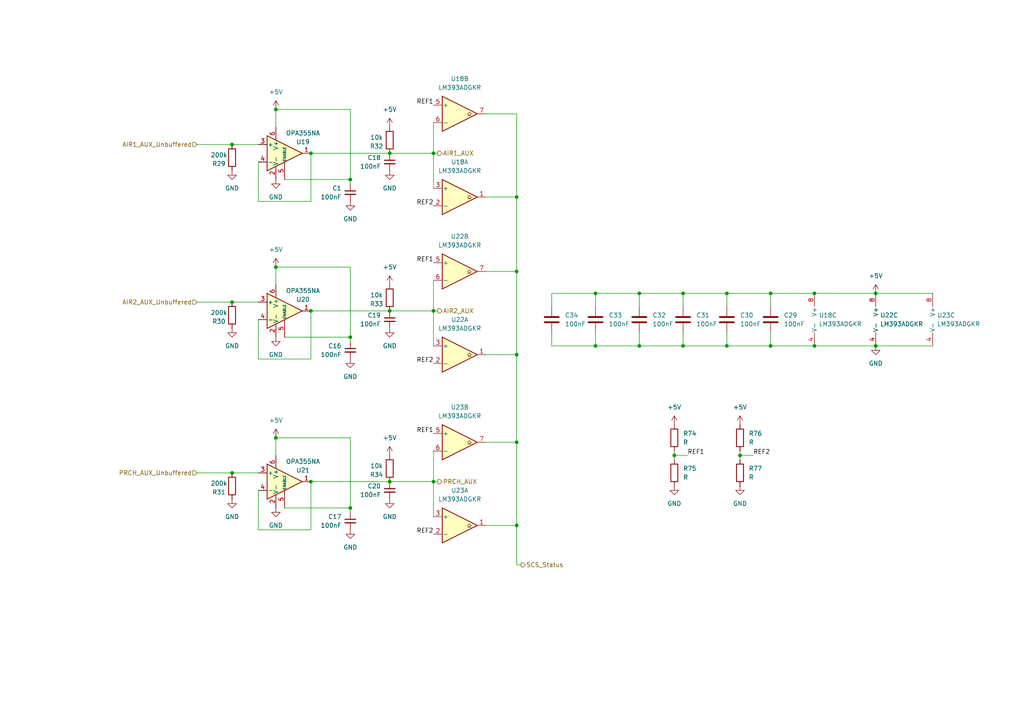
<source format=kicad_sch>
(kicad_sch (version 20231120) (generator "eeschema") (generator_version "8.0")
  (paper "A4")
  (title_block (title "TSAL") (date "2024-07-11") (rev "V0.1") (company "Team RPM - UAS Münster") (comment 1 "Luca Sapion"))
  (lib_symbols
    (symbol "Amplifier_Operational:OPA355NA" (pin_names (offset 0.127))
      (property "Reference" "U" (at 3.81 3.81 0))
      (property "Value" "OPA355NA" (at 3.81 -3.81 0))
      (symbol "OPA355NA_0_1"
        (polyline (pts (xy -5.08 5.08) (xy 5.08 0) (xy -5.08 -5.08) (xy -5.08 5.08)) (stroke (width 0.254)) (fill (type background)))
      )
      (symbol "OPA355NA_1_1"
        (pin output line (at 7.62 0 180) (length 2.54) (name "~") (number "1"))
        (pin power_in line (at -2.54 -7.62 90) (length 3.81) (name "V-") (number "2"))
        (pin input line (at -7.62 2.54 0) (length 2.54) (name "+") (number "3"))
        (pin input line (at -7.62 -2.54 0) (length 2.54) (name "-") (number "4"))
        (pin input line (at 0 -7.62 90) (length 5.08) (name "ENABLE") (number "5"))
        (pin power_in line (at -2.54 7.62 270) (length 3.81) (name "V+") (number "6"))
      )
    )
    (symbol "Comparator:LM393" (pin_names (offset 0.127))
      (property "Reference" "U" (at 3.81 3.81 0))
      (property "Value" "LM393" (at 6.35 -3.81 0))
      (symbol "LM393_1_1"
        (polyline (pts (xy -5.08 5.08) (xy 5.08 0) (xy -5.08 -5.08) (xy -5.08 5.08)) (stroke (width 0.254)) (fill (type background)))
        (polyline (pts (xy 3.302 -0.508) (xy 2.794 -0.508) (xy 3.302 0) (xy 2.794 0.508) (xy 2.286 0) (xy 2.794 -0.508) (xy 2.286 -0.508)) (stroke (width 0.127)))
        (pin open_collector line (at 7.62 0 180) (length 2.54) (name "~") (number "1"))
        (pin input line (at -7.62 -2.54 0) (length 2.54) (name "-") (number "2"))
        (pin input line (at -7.62 2.54 0) (length 2.54) (name "+") (number "3"))
      )
      (symbol "LM393_2_1"
        (polyline (pts (xy -5.08 5.08) (xy 5.08 0) (xy -5.08 -5.08) (xy -5.08 5.08)) (stroke (width 0.254)) (fill (type background)))
        (polyline (pts (xy 3.302 -0.508) (xy 2.794 -0.508) (xy 3.302 0) (xy 2.794 0.508) (xy 2.286 0) (xy 2.794 -0.508) (xy 2.286 -0.508)) (stroke (width 0.127)))
        (pin input line (at -7.62 2.54 0) (length 2.54) (name "+") (number "5"))
        (pin input line (at -7.62 -2.54 0) (length 2.54) (name "-") (number "6"))
        (pin open_collector line (at 7.62 0 180) (length 2.54) (name "~") (number "7"))
      )
      (symbol "LM393_3_1"
        (pin power_in line (at -2.54 -7.62 90) (length 3.81) (name "V-") (number "4"))
        (pin power_in line (at -2.54 7.62 270) (length 3.81) (name "V+") (number "8"))
      )
    )
    (symbol "Device:C" (pin_numbers hide) (pin_names (offset 0.254))
      (property "Reference" "C" (at 0.635 2.54 0))
      (property "Value" "C" (at 0.635 -2.54 0))
      (symbol "C_0_1"
        (polyline (pts (xy -2.032 -0.762) (xy 2.032 -0.762)) (stroke (width 0.508)))
        (polyline (pts (xy -2.032 0.762) (xy 2.032 0.762)) (stroke (width 0.508)))
      )
      (symbol "C_1_1"
        (pin passive line (at 0 3.81 270) (length 2.794) (name "~") (number "1"))
        (pin passive line (at 0 -3.81 90) (length 2.794) (name "~") (number "2"))
      )
    )
    (symbol "Device:C_Small" (pin_numbers hide) (pin_names (offset 0.254) hide)
      (property "Reference" "C" (at 0.254 1.778 0))
      (property "Value" "C_Small" (at 0.254 -2.032 0))
      (symbol "C_Small_0_1"
        (polyline (pts (xy -1.524 -0.508) (xy 1.524 -0.508)) (stroke (width 0.3302)))
        (polyline (pts (xy -1.524 0.508) (xy 1.524 0.508)) (stroke (width 0.3048)))
      )
      (symbol "C_Small_1_1"
        (pin passive line (at 0 2.54 270) (length 2.032) (name "~") (number "1"))
        (pin passive line (at 0 -2.54 90) (length 2.032) (name "~") (number "2"))
      )
    )
    (symbol "Device:R" (pin_numbers hide) (pin_names (offset 0))
      (property "Reference" "R" (at 2.032 0 90))
      (property "Value" "R" (at 0 0 90))
      (symbol "R_0_1"
        (rectangle (start -1.016 -2.54) (end 1.016 2.54) (stroke (width 0.254)))
      )
      (symbol "R_1_1"
        (pin passive line (at 0 3.81 270) (length 1.27) (name "~") (number "1"))
        (pin passive line (at 0 -3.81 90) (length 1.27) (name "~") (number "2"))
      )
    )
    (symbol "power:+5V" (power) (pin_numbers hide) (pin_names (offset 0) hide)
      (property "Value" "+5V" (at 0 3.556 0))
      (symbol "+5V_0_1"
        (polyline (pts (xy -0.762 1.27) (xy 0 2.54)))
        (polyline (pts (xy 0 0) (xy 0 2.54)))
        (polyline (pts (xy 0 2.54) (xy 0.762 1.27)))
      )
      (symbol "+5V_1_1"
        (pin power_in line (at 0 0 90) (length 0) (name "~") (number "1"))
      )
    )
    (symbol "power:GND" (power) (pin_numbers hide) (pin_names (offset 0) hide)
      (property "Value" "GND" (at 0 -3.81 0))
      (symbol "GND_0_1"
        (polyline (pts (xy 0 0) (xy 0 -1.27) (xy 1.27 -1.27) (xy 0 -2.54) (xy -1.27 -1.27) (xy 0 -1.27)))
      )
      (symbol "GND_1_1"
        (pin power_in line (at 0 0 270) (length 0) (name "~") (number "1"))
      )
    )
  )
  (junction (at 210.82 85.09))
  (junction (at 195.58 132.08))
  (junction (at 113.03 44.45))
  (junction (at 80.01 31.75))
  (junction (at 113.03 139.7))
  (junction (at 67.31 41.91))
  (junction (at 236.22 85.09))
  (junction (at 101.6 52.07))
  (junction (at 149.86 128.27))
  (junction (at 149.86 57.15))
  (junction (at 185.42 85.09))
  (junction (at 210.82 100.33))
  (junction (at 223.52 100.33))
  (junction (at 149.86 152.4))
  (junction (at 236.22 100.33))
  (junction (at 125.73 44.45))
  (junction (at 254 85.09))
  (junction (at 185.42 100.33))
  (junction (at 149.86 102.87))
  (junction (at 125.73 139.7))
  (junction (at 172.72 100.33))
  (junction (at 101.6 97.79))
  (junction (at 223.52 85.09))
  (junction (at 125.73 90.17))
  (junction (at 198.12 85.09))
  (junction (at 172.72 85.09))
  (junction (at 90.17 90.17))
  (junction (at 254 100.33))
  (junction (at 90.17 139.7))
  (junction (at 80.01 127))
  (junction (at 90.17 44.45))
  (junction (at 80.01 77.47))
  (junction (at 113.03 90.17))
  (junction (at 101.6 147.32))
  (junction (at 198.12 100.33))
  (junction (at 214.63 132.08))
  (junction (at 149.86 78.74))
  (junction (at 67.31 87.63))
  (junction (at 67.31 137.16))
  (wire (pts (xy 82.55 52.07) (xy 101.6 52.07)))
  (wire (pts (xy 67.31 137.16) (xy 74.93 137.16)))
  (wire (pts (xy 101.6 52.07) (xy 101.6 31.75)))
  (wire (pts (xy 125.73 44.45) (xy 125.73 54.61)))
  (wire (pts (xy 223.52 85.09) (xy 236.22 85.09)))
  (wire (pts (xy 101.6 99.06) (xy 101.6 97.79)))
  (wire (pts (xy 90.17 139.7) (xy 90.17 153.67)))
  (wire (pts (xy 199.39 132.08) (xy 195.58 132.08)))
  (wire (pts (xy 160.02 100.33) (xy 172.72 100.33)))
  (wire (pts (xy 223.52 85.09) (xy 223.52 88.9)))
  (wire (pts (xy 57.15 137.16) (xy 67.31 137.16)))
  (wire (pts (xy 74.93 104.14) (xy 74.93 92.71)))
  (wire (pts (xy 74.93 153.67) (xy 74.93 142.24)))
  (wire (pts (xy 90.17 139.7) (xy 113.03 139.7)))
  (wire (pts (xy 149.86 57.15) (xy 140.97 57.15)))
  (wire (pts (xy 80.01 31.75) (xy 80.01 36.83)))
  (wire (pts (xy 195.58 130.81) (xy 195.58 132.08)))
  (wire (pts (xy 149.86 152.4) (xy 140.97 152.4)))
  (wire (pts (xy 218.44 132.08) (xy 214.63 132.08)))
  (wire (pts (xy 125.73 130.81) (xy 125.73 139.7)))
  (wire (pts (xy 185.42 100.33) (xy 198.12 100.33)))
  (wire (pts (xy 90.17 58.42) (xy 74.93 58.42)))
  (wire (pts (xy 127 139.7) (xy 125.73 139.7)))
  (wire (pts (xy 67.31 41.91) (xy 74.93 41.91)))
  (wire (pts (xy 125.73 81.28) (xy 125.73 90.17)))
  (wire (pts (xy 172.72 100.33) (xy 185.42 100.33)))
  (wire (pts (xy 80.01 77.47) (xy 80.01 82.55)))
  (wire (pts (xy 113.03 44.45) (xy 125.73 44.45)))
  (wire (pts (xy 210.82 85.09) (xy 210.82 88.9)))
  (wire (pts (xy 195.58 132.08) (xy 195.58 133.35)))
  (wire (pts (xy 57.15 87.63) (xy 67.31 87.63)))
  (wire (pts (xy 160.02 85.09) (xy 172.72 85.09)))
  (wire (pts (xy 101.6 97.79) (xy 101.6 77.47)))
  (wire (pts (xy 125.73 90.17) (xy 125.73 100.33)))
  (wire (pts (xy 149.86 128.27) (xy 140.97 128.27)))
  (wire (pts (xy 214.63 130.81) (xy 214.63 132.08)))
  (wire (pts (xy 90.17 44.45) (xy 90.17 58.42)))
  (wire (pts (xy 223.52 96.52) (xy 223.52 100.33)))
  (wire (pts (xy 254 85.09) (xy 270.51 85.09)))
  (wire (pts (xy 160.02 96.52) (xy 160.02 100.33)))
  (wire (pts (xy 210.82 100.33) (xy 223.52 100.33)))
  (wire (pts (xy 172.72 85.09) (xy 185.42 85.09)))
  (wire (pts (xy 236.22 100.33) (xy 254 100.33)))
  (wire (pts (xy 172.72 85.09) (xy 172.72 88.9)))
  (wire (pts (xy 149.86 33.02) (xy 149.86 57.15)))
  (wire (pts (xy 113.03 139.7) (xy 125.73 139.7)))
  (wire (pts (xy 127 44.45) (xy 125.73 44.45)))
  (wire (pts (xy 210.82 85.09) (xy 223.52 85.09)))
  (wire (pts (xy 125.73 139.7) (xy 125.73 149.86)))
  (wire (pts (xy 149.86 163.83) (xy 151.13 163.83)))
  (wire (pts (xy 80.01 127) (xy 80.01 132.08)))
  (wire (pts (xy 185.42 96.52) (xy 185.42 100.33)))
  (wire (pts (xy 101.6 148.59) (xy 101.6 147.32)))
  (wire (pts (xy 149.86 33.02) (xy 140.97 33.02)))
  (wire (pts (xy 223.52 100.33) (xy 236.22 100.33)))
  (wire (pts (xy 90.17 153.67) (xy 74.93 153.67)))
  (wire (pts (xy 149.86 102.87) (xy 140.97 102.87)))
  (wire (pts (xy 127 90.17) (xy 125.73 90.17)))
  (wire (pts (xy 198.12 85.09) (xy 198.12 88.9)))
  (wire (pts (xy 149.86 78.74) (xy 140.97 78.74)))
  (wire (pts (xy 101.6 77.47) (xy 80.01 77.47)))
  (wire (pts (xy 149.86 152.4) (xy 149.86 163.83)))
  (wire (pts (xy 101.6 31.75) (xy 80.01 31.75)))
  (wire (pts (xy 101.6 147.32) (xy 101.6 127)))
  (wire (pts (xy 67.31 87.63) (xy 74.93 87.63)))
  (wire (pts (xy 125.73 35.56) (xy 125.73 44.45)))
  (wire (pts (xy 214.63 132.08) (xy 214.63 133.35)))
  (wire (pts (xy 254 100.33) (xy 270.51 100.33)))
  (wire (pts (xy 149.86 78.74) (xy 149.86 102.87)))
  (wire (pts (xy 198.12 96.52) (xy 198.12 100.33)))
  (wire (pts (xy 113.03 90.17) (xy 125.73 90.17)))
  (wire (pts (xy 90.17 44.45) (xy 113.03 44.45)))
  (wire (pts (xy 149.86 128.27) (xy 149.86 152.4)))
  (wire (pts (xy 149.86 102.87) (xy 149.86 128.27)))
  (wire (pts (xy 82.55 97.79) (xy 101.6 97.79)))
  (wire (pts (xy 90.17 90.17) (xy 90.17 104.14)))
  (wire (pts (xy 185.42 85.09) (xy 185.42 88.9)))
  (wire (pts (xy 90.17 104.14) (xy 74.93 104.14)))
  (wire (pts (xy 236.22 85.09) (xy 254 85.09)))
  (wire (pts (xy 172.72 96.52) (xy 172.72 100.33)))
  (wire (pts (xy 160.02 85.09) (xy 160.02 88.9)))
  (wire (pts (xy 101.6 127) (xy 80.01 127)))
  (wire (pts (xy 198.12 100.33) (xy 210.82 100.33)))
  (wire (pts (xy 210.82 96.52) (xy 210.82 100.33)))
  (wire (pts (xy 198.12 85.09) (xy 210.82 85.09)))
  (wire (pts (xy 185.42 85.09) (xy 198.12 85.09)))
  (wire (pts (xy 90.17 90.17) (xy 113.03 90.17)))
  (wire (pts (xy 57.15 41.91) (xy 67.31 41.91)))
  (wire (pts (xy 101.6 53.34) (xy 101.6 52.07)))
  (wire (pts (xy 82.55 147.32) (xy 101.6 147.32)))
  (wire (pts (xy 74.93 58.42) (xy 74.93 46.99)))
  (wire (pts (xy 149.86 57.15) (xy 149.86 78.74)))
  (label "REF2" (at 218.44 132.08 0))
  (label "REF2" (at 125.73 105.41 180))
  (label "REF1" (at 125.73 125.73 180))
  (label "REF2" (at 125.73 59.69 180))
  (label "REF1" (at 125.73 76.2 180))
  (label "REF1" (at 125.73 30.48 180))
  (label "REF2" (at 125.73 154.94 180))
  (label "REF1" (at 199.39 132.08 0))
  (hierarchical_label "SCS_Status" (shape output) (at 151.13 163.83 0))
  (hierarchical_label "PRCH_AUX" (shape output) (at 127 139.7 0))
  (hierarchical_label "AIR1_AUX" (shape output) (at 127 44.45 0))
  (hierarchical_label "AIR2_AUX_Unbuffered" (shape input) (at 57.15 87.63 180))
  (hierarchical_label "PRCH_AUX_Unbuffered" (shape input) (at 57.15 137.16 180))
  (hierarchical_label "AIR1_AUX_Unbuffered" (shape input) (at 57.15 41.91 180))
  (hierarchical_label "AIR2_AUX" (shape output) (at 127 90.17 0))
  (symbol (lib_id "Device:C") (at 172.72 92.71 0) (unit 1)
    (property "Reference" "C33" (at 176.53 91.4399 0) (effects (justify left)))
    (property "Value" "100nF" (at 176.53 93.9799 0) (effects (justify left)))
    (property "Description" "Unpolarized capacitor" (effects (hide yes)))
  )
  (symbol (lib_id "Device:R") (at 113.03 135.89 180) (unit 1)
    (property "Reference" "R34" (at 109.22 137.668 0))
    (property "Value" "10k" (at 109.22 135.128 0))
    (property "Footprint" "Resistor_SMD:R_0603_1608Metric" (effects (hide yes)))
    (property "Description" "Resistor" (effects (hide yes)))
  )
  (symbol (lib_id "power:GND") (at 101.6 153.67 0) (unit 1)
    (property "Reference" "#PWR081" (effects (hide yes)))
    (property "Value" "GND" (at 101.6 158.75 0))
    (property "Description" "Power symbol creates a global label with name \"GND\" , ground" (effects (hide yes)))
  )
  (symbol (lib_id "Device:R") (at 67.31 91.44 180) (unit 1)
    (property "Reference" "R30" (at 63.5 93.218 0))
    (property "Value" "200k" (at 63.5 90.678 0))
    (property "Footprint" "Resistor_SMD:R_0603_1608Metric" (effects (hide yes)))
    (property "Description" "Resistor" (effects (hide yes)))
  )
  (symbol (lib_id "Device:C_Small") (at 101.6 101.6 0) (unit 1)
    (property "Reference" "C16" (at 99.06 100.3362 0) (effects (justify right)))
    (property "Value" "100nF" (at 99.06 102.8762 0) (effects (justify right)))
    (property "Footprint" "Capacitor_SMD:C_0603_1608Metric" (effects (hide yes)))
    (property "Description" "Unpolarized capacitor, small symbol" (effects (hide yes)))
  )
  (symbol (lib_id "Device:R") (at 67.31 45.72 180) (unit 1)
    (property "Reference" "R29" (at 63.5 47.498 0))
    (property "Value" "200k" (at 63.5 44.958 0))
    (property "Footprint" "Resistor_SMD:R_0603_1608Metric" (effects (hide yes)))
    (property "Description" "Resistor" (effects (hide yes)))
  )
  (symbol (lib_id "power:+5V") (at 80.01 31.75 0) (unit 1)
    (property "Reference" "#PWR043" (effects (hide yes)))
    (property "Value" "+5V" (at 80.01 26.67 0))
    (property "Description" "Power symbol creates a global label with name \"+5V\"" (effects (hide yes)))
  )
  (symbol (lib_id "Device:C") (at 160.02 92.71 0) (unit 1)
    (property "Reference" "C34" (at 163.83 91.4399 0) (effects (justify left)))
    (property "Value" "100nF" (at 163.83 93.9799 0) (effects (justify left)))
    (property "Description" "Unpolarized capacitor" (effects (hide yes)))
  )
  (symbol (lib_id "Comparator:LM393") (at 133.35 102.87 0) (unit 1)
    (property "Reference" "U22" (at 133.35 92.71 0))
    (property "Value" "LM393ADGKR" (at 133.35 95.25 0))
    (property "Footprint" "Package_SO:VSSOP-8_3x3mm_P0.65mm" (effects (hide yes)))
    (property "Datasheet" "http://www.ti.com/lit/ds/symlink/lm393.pdf" (effects (hide yes)))
    (property "Description" "Low-Power, Low-Offset Voltage, Dual Comparators, DIP-8/SOIC-8/TO-99-8" (effects (hide yes)))
    (property "Mouser" "595-LM393ADGKR" (effects (hide yes)))
    (property "Cost" "0.391" (effects (hide yes)))
  )
  (symbol (lib_id "Device:C_Small") (at 113.03 142.24 0) (unit 1)
    (property "Reference" "C20" (at 110.49 140.9762 0) (effects (justify right)))
    (property "Value" "100nF" (at 110.49 143.5162 0) (effects (justify right)))
    (property "Footprint" "Capacitor_SMD:C_0603_1608Metric" (effects (hide yes)))
    (property "Description" "Unpolarized capacitor, small symbol" (effects (hide yes)))
  )
  (symbol (lib_id "Device:C") (at 185.42 92.71 0) (unit 1)
    (property "Reference" "C32" (at 189.23 91.4399 0) (effects (justify left)))
    (property "Value" "100nF" (at 189.23 93.9799 0) (effects (justify left)))
    (property "Description" "Unpolarized capacitor" (effects (hide yes)))
  )
  (symbol (lib_id "power:GND") (at 67.31 144.78 0) (unit 1)
    (property "Reference" "#PWR042" (effects (hide yes)))
    (property "Value" "GND" (at 67.31 149.86 0))
    (property "Description" "Power symbol creates a global label with name \"GND\" , ground" (effects (hide yes)))
  )
  (symbol (lib_id "Amplifier_Operational:OPA355NA") (at 82.55 139.7 0) (unit 1)
    (property "Reference" "U21" (at 87.884 136.398 0))
    (property "Value" "OPA355NA" (at 87.884 133.858 0))
    (property "Footprint" "Package_TO_SOT_SMD:SOT-23-6" (effects (hide yes)))
    (property "Datasheet" "http://www.ti.com/lit/ds/symlink/opa355.pdf" (effects (hide yes)))
    (property "Description" "200MHz, CMOS, Operational amplifier, with shutdown, SOT-23-6" (effects (hide yes)))
    (property "Cost" "1,62" (effects (hide yes)))
    (property "Mouser" "595-OPA355NA/3K" (effects (hide yes)))
  )
  (symbol (lib_id "Device:C_Small") (at 113.03 46.99 0) (unit 1)
    (property "Reference" "C18" (at 110.49 45.7262 0) (effects (justify right)))
    (property "Value" "100nF" (at 110.49 48.2662 0) (effects (justify right)))
    (property "Footprint" "Capacitor_SMD:C_0603_1608Metric" (effects (hide yes)))
    (property "Description" "Unpolarized capacitor, small symbol" (effects (hide yes)))
  )
  (symbol (lib_id "power:+5V") (at 195.58 123.19 0) (unit 1)
    (property "Reference" "#PWR0116" (effects (hide yes)))
    (property "Value" "+5V" (at 195.58 118.11 0))
    (property "Description" "Power symbol creates a global label with name \"+5V\"" (effects (hide yes)))
  )
  (symbol (lib_id "power:+5V") (at 80.01 77.47 0) (unit 1)
    (property "Reference" "#PWR052" (effects (hide yes)))
    (property "Value" "+5V" (at 80.01 72.39 0))
    (property "Description" "Power symbol creates a global label with name \"+5V\"" (effects (hide yes)))
  )
  (symbol (lib_id "Device:C_Small") (at 113.03 92.71 0) (unit 1)
    (property "Reference" "C19" (at 110.49 91.4462 0) (effects (justify right)))
    (property "Value" "100nF" (at 110.49 93.9862 0) (effects (justify right)))
    (property "Footprint" "Capacitor_SMD:C_0603_1608Metric" (effects (hide yes)))
    (property "Description" "Unpolarized capacitor, small symbol" (effects (hide yes)))
  )
  (symbol (lib_id "Device:R") (at 195.58 137.16 0) (unit 1)
    (property "Reference" "R75" (at 198.12 135.8899 0) (effects (justify left)))
    (property "Value" "R" (at 198.12 138.4299 0) (effects (justify left)))
    (property "Description" "Resistor" (effects (hide yes)))
  )
  (symbol (lib_id "power:GND") (at 214.63 140.97 0) (unit 1)
    (property "Reference" "#PWR0118" (effects (hide yes)))
    (property "Value" "GND" (at 214.63 146.05 0))
    (property "Description" "Power symbol creates a global label with name \"GND\" , ground" (effects (hide yes)))
  )
  (symbol (lib_id "Comparator:LM393") (at 133.35 128.27 0) (unit 2)
    (property "Reference" "U23" (at 133.35 118.11 0))
    (property "Value" "LM393ADGKR" (at 133.35 120.65 0))
    (property "Footprint" "Package_SO:VSSOP-8_3x3mm_P0.65mm" (effects (hide yes)))
    (property "Datasheet" "http://www.ti.com/lit/ds/symlink/lm393.pdf" (effects (hide yes)))
    (property "Description" "Low-Power, Low-Offset Voltage, Dual Comparators, DIP-8/SOIC-8/TO-99-8" (effects (hide yes)))
    (property "Mouser" "595-LM393ADGKR" (effects (hide yes)))
    (property "Cost" "0.391" (effects (hide yes)))
  )
  (symbol (lib_id "power:GND") (at 113.03 144.78 0) (unit 1)
    (property "Reference" "#PWR087" (effects (hide yes)))
    (property "Value" "GND" (at 113.03 149.86 0))
    (property "Description" "Power symbol creates a global label with name \"GND\" , ground" (effects (hide yes)))
  )
  (symbol (lib_id "Device:R") (at 214.63 127 0) (unit 1)
    (property "Reference" "R76" (at 217.17 125.7299 0) (effects (justify left)))
    (property "Value" "R" (at 217.17 128.2699 0) (effects (justify left)))
    (property "Description" "Resistor" (effects (hide yes)))
  )
  (symbol (lib_id "Device:C_Small") (at 101.6 151.13 0) (unit 1)
    (property "Reference" "C17" (at 99.06 149.8662 0) (effects (justify right)))
    (property "Value" "100nF" (at 99.06 152.4062 0) (effects (justify right)))
    (property "Footprint" "Capacitor_SMD:C_0603_1608Metric" (effects (hide yes)))
    (property "Description" "Unpolarized capacitor, small symbol" (effects (hide yes)))
  )
  (symbol (lib_id "power:GND") (at 80.01 52.07 0) (unit 1)
    (property "Reference" "#PWR044" (effects (hide yes)))
    (property "Value" "GND" (at 80.01 57.15 0))
    (property "Description" "Power symbol creates a global label with name \"GND\" , ground" (effects (hide yes)))
  )
  (symbol (lib_id "Comparator:LM393") (at 273.05 92.71 0) (unit 3)
    (property "Reference" "U23" (at 271.78 91.4399 0) (effects (justify left)))
    (property "Value" "LM393ADGKR" (at 271.78 93.9799 0) (effects (justify left)))
    (property "Footprint" "Package_SO:VSSOP-8_3x3mm_P0.65mm" (effects (hide yes)))
    (property "Datasheet" "http://www.ti.com/lit/ds/symlink/lm393.pdf" (effects (hide yes)))
    (property "Description" "Low-Power, Low-Offset Voltage, Dual Comparators, DIP-8/SOIC-8/TO-99-8" (effects (hide yes)))
    (property "Mouser" "595-LM393ADGKR" (effects (hide yes)))
    (property "Cost" "0.391" (effects (hide yes)))
  )
  (symbol (lib_id "Device:R") (at 113.03 40.64 180) (unit 1)
    (property "Reference" "R32" (at 109.22 42.418 0))
    (property "Value" "10k" (at 109.22 39.878 0))
    (property "Footprint" "Resistor_SMD:R_0603_1608Metric" (effects (hide yes)))
    (property "Description" "Resistor" (effects (hide yes)))
  )
  (symbol (lib_id "power:GND") (at 195.58 140.97 0) (unit 1)
    (property "Reference" "#PWR0115" (effects (hide yes)))
    (property "Value" "GND" (at 195.58 146.05 0))
    (property "Description" "Power symbol creates a global label with name \"GND\" , ground" (effects (hide yes)))
  )
  (symbol (lib_id "Comparator:LM393") (at 133.35 57.15 0) (unit 1)
    (property "Reference" "U18" (at 133.35 46.99 0))
    (property "Value" "LM393ADGKR" (at 133.35 49.53 0))
    (property "Footprint" "Package_SO:VSSOP-8_3x3mm_P0.65mm" (effects (hide yes)))
    (property "Datasheet" "http://www.ti.com/lit/ds/symlink/lm393.pdf" (effects (hide yes)))
    (property "Description" "Low-Power, Low-Offset Voltage, Dual Comparators, DIP-8/SOIC-8/TO-99-8" (effects (hide yes)))
    (property "Mouser" "595-LM393ADGKR" (effects (hide yes)))
    (property "Cost" "0.391" (effects (hide yes)))
  )
  (symbol (lib_id "power:+5V") (at 214.63 123.19 0) (unit 1)
    (property "Reference" "#PWR0117" (effects (hide yes)))
    (property "Value" "+5V" (at 214.63 118.11 0))
    (property "Description" "Power symbol creates a global label with name \"+5V\"" (effects (hide yes)))
  )
  (symbol (lib_id "power:GND") (at 254 100.33 0) (unit 1)
    (property "Reference" "#PWR078" (effects (hide yes)))
    (property "Value" "GND" (at 254 105.41 0))
    (property "Description" "Power symbol creates a global label with name \"GND\" , ground" (effects (hide yes)))
  )
  (symbol (lib_id "Comparator:LM393") (at 133.35 78.74 0) (unit 2)
    (property "Reference" "U22" (at 133.35 68.58 0))
    (property "Value" "LM393ADGKR" (at 133.35 71.12 0))
    (property "Footprint" "Package_SO:VSSOP-8_3x3mm_P0.65mm" (effects (hide yes)))
    (property "Datasheet" "http://www.ti.com/lit/ds/symlink/lm393.pdf" (effects (hide yes)))
    (property "Description" "Low-Power, Low-Offset Voltage, Dual Comparators, DIP-8/SOIC-8/TO-99-8" (effects (hide yes)))
    (property "Mouser" "595-LM393ADGKR" (effects (hide yes)))
    (property "Cost" "0.391" (effects (hide yes)))
  )
  (symbol (lib_id "power:GND") (at 113.03 49.53 0) (unit 1)
    (property "Reference" "#PWR083" (effects (hide yes)))
    (property "Value" "GND" (at 113.03 54.61 0))
    (property "Description" "Power symbol creates a global label with name \"GND\" , ground" (effects (hide yes)))
  )
  (symbol (lib_id "power:GND") (at 101.6 104.14 0) (unit 1)
    (property "Reference" "#PWR080" (effects (hide yes)))
    (property "Value" "GND" (at 101.6 109.22 0))
    (property "Description" "Power symbol creates a global label with name \"GND\" , ground" (effects (hide yes)))
  )
  (symbol (lib_id "Device:R") (at 195.58 127 0) (unit 1)
    (property "Reference" "R74" (at 198.12 125.7299 0) (effects (justify left)))
    (property "Value" "R" (at 198.12 128.2699 0) (effects (justify left)))
    (property "Description" "Resistor" (effects (hide yes)))
  )
  (symbol (lib_id "power:GND") (at 80.01 147.32 0) (unit 1)
    (property "Reference" "#PWR076" (effects (hide yes)))
    (property "Value" "GND" (at 80.01 152.4 0))
    (property "Description" "Power symbol creates a global label with name \"GND\" , ground" (effects (hide yes)))
  )
  (symbol (lib_id "power:GND") (at 101.6 58.42 0) (unit 1)
    (property "Reference" "#PWR079" (effects (hide yes)))
    (property "Value" "GND" (at 101.6 63.5 0))
    (property "Description" "Power symbol creates a global label with name \"GND\" , ground" (effects (hide yes)))
  )
  (symbol (lib_id "Device:R") (at 113.03 86.36 180) (unit 1)
    (property "Reference" "R33" (at 109.22 88.138 0))
    (property "Value" "10k" (at 109.22 85.598 0))
    (property "Footprint" "Resistor_SMD:R_0603_1608Metric" (effects (hide yes)))
    (property "Description" "Resistor" (effects (hide yes)))
  )
  (symbol (lib_id "power:+5V") (at 254 85.09 0) (unit 1)
    (property "Reference" "#PWR077" (effects (hide yes)))
    (property "Value" "+5V" (at 254 80.01 0))
    (property "Description" "Power symbol creates a global label with name \"+5V\"" (effects (hide yes)))
  )
  (symbol (lib_id "power:+5V") (at 113.03 36.83 0) (unit 1)
    (property "Reference" "#PWR082" (effects (hide yes)))
    (property "Value" "+5V" (at 113.03 31.75 0))
    (property "Description" "Power symbol creates a global label with name \"+5V\"" (effects (hide yes)))
  )
  (symbol (lib_id "Device:C") (at 223.52 92.71 0) (unit 1)
    (property "Reference" "C29" (at 227.33 91.4399 0) (effects (justify left)))
    (property "Value" "100nF" (at 227.33 93.9799 0) (effects (justify left)))
    (property "Description" "Unpolarized capacitor" (effects (hide yes)))
  )
  (symbol (lib_id "power:GND") (at 67.31 95.25 0) (unit 1)
    (property "Reference" "#PWR015" (effects (hide yes)))
    (property "Value" "GND" (at 67.31 100.33 0))
    (property "Description" "Power symbol creates a global label with name \"GND\" , ground" (effects (hide yes)))
  )
  (symbol (lib_id "Device:C") (at 210.82 92.71 0) (unit 1)
    (property "Reference" "C30" (at 214.63 91.4399 0) (effects (justify left)))
    (property "Value" "100nF" (at 214.63 93.9799 0) (effects (justify left)))
    (property "Description" "Unpolarized capacitor" (effects (hide yes)))
  )
  (symbol (lib_id "Comparator:LM393") (at 133.35 152.4 0) (unit 1)
    (property "Reference" "U23" (at 133.35 142.24 0))
    (property "Value" "LM393ADGKR" (at 133.35 144.78 0))
    (property "Footprint" "Package_SO:VSSOP-8_3x3mm_P0.65mm" (effects (hide yes)))
    (property "Datasheet" "http://www.ti.com/lit/ds/symlink/lm393.pdf" (effects (hide yes)))
    (property "Description" "Low-Power, Low-Offset Voltage, Dual Comparators, DIP-8/SOIC-8/TO-99-8" (effects (hide yes)))
    (property "Mouser" "595-LM393ADGKR" (effects (hide yes)))
    (property "Cost" "0.391" (effects (hide yes)))
  )
  (symbol (lib_id "Amplifier_Operational:OPA355NA") (at 82.55 44.45 0) (unit 1)
    (property "Reference" "U19" (at 87.884 41.148 0))
    (property "Value" "OPA355NA" (at 87.884 38.608 0))
    (property "Footprint" "Package_TO_SOT_SMD:SOT-23-6" (effects (hide yes)))
    (property "Datasheet" "http://www.ti.com/lit/ds/symlink/opa355.pdf" (effects (hide yes)))
    (property "Description" "200MHz, CMOS, Operational amplifier, with shutdown, SOT-23-6" (effects (hide yes)))
    (property "Cost" "1,62" (effects (hide yes)))
    (property "Mouser" "595-OPA355NA/3K" (effects (hide yes)))
  )
  (symbol (lib_id "power:+5V") (at 113.03 82.55 0) (unit 1)
    (property "Reference" "#PWR084" (effects (hide yes)))
    (property "Value" "+5V" (at 113.03 77.47 0))
    (property "Description" "Power symbol creates a global label with name \"+5V\"" (effects (hide yes)))
  )
  (symbol (lib_id "power:GND") (at 67.31 49.53 0) (unit 1)
    (property "Reference" "#PWR07" (effects (hide yes)))
    (property "Value" "GND" (at 67.31 54.61 0))
    (property "Description" "Power symbol creates a global label with name \"GND\" , ground" (effects (hide yes)))
  )
  (symbol (lib_id "Device:C") (at 198.12 92.71 0) (unit 1)
    (property "Reference" "C31" (at 201.93 91.4399 0) (effects (justify left)))
    (property "Value" "100nF" (at 201.93 93.9799 0) (effects (justify left)))
    (property "Description" "Unpolarized capacitor" (effects (hide yes)))
  )
  (symbol (lib_id "Amplifier_Operational:OPA355NA") (at 82.55 90.17 0) (unit 1)
    (property "Reference" "U20" (at 87.884 86.868 0))
    (property "Value" "OPA355NA" (at 87.884 84.328 0))
    (property "Footprint" "Package_TO_SOT_SMD:SOT-23-6" (effects (hide yes)))
    (property "Datasheet" "http://www.ti.com/lit/ds/symlink/opa355.pdf" (effects (hide yes)))
    (property "Description" "200MHz, CMOS, Operational amplifier, with shutdown, SOT-23-6" (effects (hide yes)))
    (property "Cost" "1,62" (effects (hide yes)))
    (property "Mouser" "595-OPA355NA/3K" (effects (hide yes)))
  )
  (symbol (lib_id "Comparator:LM393") (at 133.35 33.02 0) (unit 2)
    (property "Reference" "U18" (at 133.35 22.86 0))
    (property "Value" "LM393ADGKR" (at 133.35 25.4 0))
    (property "Footprint" "Package_SO:VSSOP-8_3x3mm_P0.65mm" (effects (hide yes)))
    (property "Datasheet" "http://www.ti.com/lit/ds/symlink/lm393.pdf" (effects (hide yes)))
    (property "Description" "Low-Power, Low-Offset Voltage, Dual Comparators, DIP-8/SOIC-8/TO-99-8" (effects (hide yes)))
    (property "Mouser" "595-LM393ADGKR" (effects (hide yes)))
    (property "Cost" "0.391" (effects (hide yes)))
  )
  (symbol (lib_id "power:+5V") (at 80.01 127 0) (unit 1)
    (property "Reference" "#PWR075" (effects (hide yes)))
    (property "Value" "+5V" (at 80.01 121.92 0))
    (property "Description" "Power symbol creates a global label with name \"+5V\"" (effects (hide yes)))
  )
  (symbol (lib_id "Device:R") (at 214.63 137.16 0) (unit 1)
    (property "Reference" "R77" (at 217.17 135.8899 0) (effects (justify left)))
    (property "Value" "R" (at 217.17 138.4299 0) (effects (justify left)))
    (property "Description" "Resistor" (effects (hide yes)))
  )
  (symbol (lib_id "power:GND") (at 113.03 95.25 0) (unit 1)
    (property "Reference" "#PWR085" (effects (hide yes)))
    (property "Value" "GND" (at 113.03 100.33 0))
    (property "Description" "Power symbol creates a global label with name \"GND\" , ground" (effects (hide yes)))
  )
  (symbol (lib_id "Device:C_Small") (at 101.6 55.88 0) (unit 1)
    (property "Reference" "C1" (at 99.06 54.6162 0) (effects (justify right)))
    (property "Value" "100nF" (at 99.06 57.1562 0) (effects (justify right)))
    (property "Footprint" "Capacitor_SMD:C_0603_1608Metric" (effects (hide yes)))
    (property "Description" "Unpolarized capacitor, small symbol" (effects (hide yes)))
  )
  (symbol (lib_id "Device:R") (at 67.31 140.97 180) (unit 1)
    (property "Reference" "R31" (at 63.5 142.748 0))
    (property "Value" "200k" (at 63.5 140.208 0))
    (property "Footprint" "Resistor_SMD:R_0603_1608Metric" (effects (hide yes)))
    (property "Description" "Resistor" (effects (hide yes)))
  )
  (symbol (lib_id "power:+5V") (at 113.03 132.08 0) (unit 1)
    (property "Reference" "#PWR086" (effects (hide yes)))
    (property "Value" "+5V" (at 113.03 127 0))
    (property "Description" "Power symbol creates a global label with name \"+5V\"" (effects (hide yes)))
  )
  (symbol (lib_id "Comparator:LM393") (at 238.76 92.71 0) (unit 3)
    (property "Reference" "U18" (at 237.49 91.4399 0) (effects (justify left)))
    (property "Value" "LM393ADGKR" (at 237.49 93.9799 0) (effects (justify left)))
    (property "Footprint" "Package_SO:VSSOP-8_3x3mm_P0.65mm" (effects (hide yes)))
    (property "Datasheet" "http://www.ti.com/lit/ds/symlink/lm393.pdf" (effects (hide yes)))
    (property "Description" "Low-Power, Low-Offset Voltage, Dual Comparators, DIP-8/SOIC-8/TO-99-8" (effects (hide yes)))
    (property "Mouser" "595-LM393ADGKR" (effects (hide yes)))
    (property "Cost" "0.391" (effects (hide yes)))
  )
  (symbol (lib_id "Comparator:LM393") (at 256.54 92.71 0) (unit 3)
    (property "Reference" "U22" (at 255.27 91.4399 0) (effects (justify left)))
    (property "Value" "LM393ADGKR" (at 255.27 93.9799 0) (effects (justify left)))
    (property "Footprint" "Package_SO:VSSOP-8_3x3mm_P0.65mm" (effects (hide yes)))
    (property "Datasheet" "http://www.ti.com/lit/ds/symlink/lm393.pdf" (effects (hide yes)))
    (property "Description" "Low-Power, Low-Offset Voltage, Dual Comparators, DIP-8/SOIC-8/TO-99-8" (effects (hide yes)))
    (property "Mouser" "595-LM393ADGKR" (effects (hide yes)))
    (property "Cost" "0.391" (effects (hide yes)))
  )
  (symbol (lib_id "power:GND") (at 80.01 97.79 0) (unit 1)
    (property "Reference" "#PWR072" (effects (hide yes)))
    (property "Value" "GND" (at 80.01 102.87 0))
    (property "Description" "Power symbol creates a global label with name \"GND\" , ground" (effects (hide yes)))
  )
)
</source>
